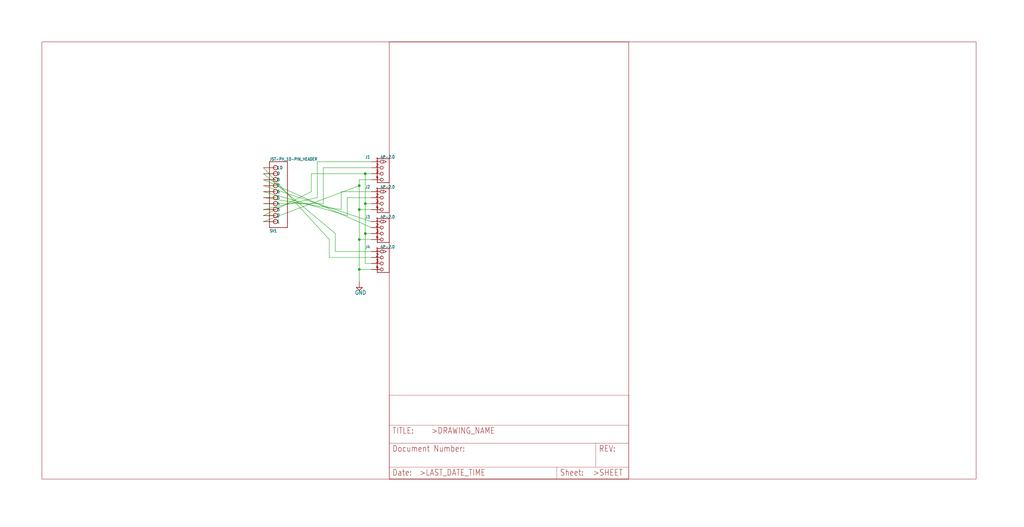
<source format=kicad_sch>
(kicad_sch (version 20211123) (generator eeschema)
  (paper "User" 434.34 223.571)
  (lib_symbols
    (symbol "weaver_grovesil-eagle-import:GND" (power)
      (property "Value" "GND" (at -1.905 -3.175 0))
      (symbol "GND_1_0"
        (polyline (pts (xy -1.27 0) (xy 1.27 0)) (stroke (width 0.254)))
        (polyline (pts (xy 0 -1.27) (xy -1.27 0)) (stroke (width 0.254)))
        (polyline (pts (xy 1.27 0) (xy 0 -1.27)) (stroke (width 0.254)))
        (pin power_in line (at 0 2.54 270) (length 2.54) (name "GND") (number "1"))
      )
    )
    (symbol "weaver_grovesil-eagle-import:GROVE-CONNECTOR-DIP(4P-2.0)"
      (property "Reference" "J" (at -6.35 6.35 0))
      (property "Value" "GROVE-CONNECTOR-DIP(4P-2.0)" (at 0 6.35 0))
      (symbol "GROVE-CONNECTOR-DIP(4P-2.0)_1_0"
        (polyline (pts (xy -1.27 -3.81) (xy -1.27 6.35)) (stroke (width 0.254)))
        (polyline (pts (xy -1.27 6.35) (xy 3.81 6.35)) (stroke (width 0.254)))
        (polyline (pts (xy 3.81 -3.81) (xy -1.27 -3.81)) (stroke (width 0.254)))
        (polyline (pts (xy 3.81 6.35) (xy 3.81 -3.81)) (stroke (width 0.254)))
        (pin bidirectional inverted_clock (at -3.81 5.08 0) (length 5.08) (name "1") (number "1"))
        (pin bidirectional inverted (at -3.81 2.54 0) (length 5.08) (name "2") (number "2"))
        (pin bidirectional inverted (at -3.81 0 0) (length 5.08) (name "3") (number "3"))
        (pin bidirectional inverted (at -3.81 -2.54 0) (length 5.08) (name "4") (number "4"))
      )
    )
    (symbol "weaver_grovesil-eagle-import:JST-PH_10-PIN_HEADER"
      (property "Value" "JST-PH_10-PIN_HEADER" (at -5.08 -22.098 0))
      (symbol "JST-PH_10-PIN_HEADER_1_0"
        (circle (center -2.54 -17.78) (radius 0.9158) (stroke (width 0.254)))
        (circle (center -2.54 -15.24) (radius 0.9158) (stroke (width 0.254)))
        (circle (center -2.54 -12.7) (radius 0.9158) (stroke (width 0.254)))
        (circle (center -2.54 -10.16) (radius 0.9158) (stroke (width 0.254)))
        (circle (center -2.54 -7.62) (radius 0.9158) (stroke (width 0.254)))
        (circle (center -2.54 -5.08) (radius 0.9158) (stroke (width 0.254)))
        (circle (center -2.54 -2.54) (radius 0.9158) (stroke (width 0.254)))
        (circle (center -2.54 0) (radius 0.9158) (stroke (width 0.254)))
        (circle (center -2.54 2.54) (radius 0.9158) (stroke (width 0.254)))
        (circle (center -2.54 5.08) (radius 0.9158) (stroke (width 0.254)))
        (polyline (pts (xy -5.08 -20.32) (xy -5.08 7.62)) (stroke (width 0.254)))
        (polyline (pts (xy -5.08 7.62) (xy 2.54 7.62)) (stroke (width 0.254)))
        (polyline (pts (xy 2.54 -20.32) (xy -5.08 -20.32)) (stroke (width 0.254)))
        (polyline (pts (xy 2.54 7.62) (xy 2.54 -20.32)) (stroke (width 0.254)))
        (pin bidirectional line (at -7.62 5.08 0) (length 5.08) (name "1") (number "P1"))
        (pin bidirectional line (at -7.62 -17.78 0) (length 5.08) (name "10") (number "P10"))
        (pin bidirectional line (at -7.62 2.54 0) (length 5.08) (name "2") (number "P2"))
        (pin bidirectional line (at -7.62 0 0) (length 5.08) (name "3") (number "P3"))
        (pin bidirectional line (at -7.62 -2.54 0) (length 5.08) (name "4") (number "P4"))
        (pin bidirectional line (at -7.62 -5.08 0) (length 5.08) (name "5") (number "P5"))
        (pin bidirectional line (at -7.62 -7.62 0) (length 5.08) (name "6") (number "P6"))
        (pin bidirectional line (at -7.62 -10.16 0) (length 5.08) (name "7") (number "P7"))
        (pin bidirectional line (at -7.62 -12.7 0) (length 5.08) (name "8") (number "P8"))
        (pin bidirectional line (at -7.62 -15.24 0) (length 5.08) (name "9") (number "P9"))
      )
    )
    (symbol "weaver_grovesil-eagle-import:LETTER_L"
      (symbol "LETTER_L_0_0"
        (polyline (pts (xy 0 0) (xy 248.92 0) (xy 248.92 185.42) (xy 0 185.42) (xy 0 0)))
      )
      (symbol "LETTER_L_2_0"
        (polyline (pts (xy 0 0) (xy 0 5.08)) (stroke (width 0.1016)))
        (polyline (pts (xy 0 0) (xy 71.12 0)) (stroke (width 0.1016)))
        (polyline (pts (xy 0 5.08) (xy 0 15.24)) (stroke (width 0.1016)))
        (polyline (pts (xy 0 5.08) (xy 71.12 5.08)) (stroke (width 0.1016)))
        (polyline (pts (xy 0 15.24) (xy 0 22.86)) (stroke (width 0.1016)))
        (polyline (pts (xy 0 22.86) (xy 0 35.56)) (stroke (width 0.1016)))
        (polyline (pts (xy 0 22.86) (xy 101.6 22.86)) (stroke (width 0.1016)))
        (polyline (pts (xy 71.12 0) (xy 101.6 0)) (stroke (width 0.1016)))
        (polyline (pts (xy 71.12 5.08) (xy 71.12 0)) (stroke (width 0.1016)))
        (polyline (pts (xy 71.12 5.08) (xy 87.63 5.08)) (stroke (width 0.1016)))
        (polyline (pts (xy 87.63 5.08) (xy 101.6 5.08)) (stroke (width 0.1016)))
        (polyline (pts (xy 87.63 15.24) (xy 0 15.24)) (stroke (width 0.1016)))
        (polyline (pts (xy 87.63 15.24) (xy 87.63 5.08)) (stroke (width 0.1016)))
        (polyline (pts (xy 101.6 5.08) (xy 101.6 0)) (stroke (width 0.1016)))
        (polyline (pts (xy 101.6 15.24) (xy 87.63 15.24)) (stroke (width 0.1016)))
        (polyline (pts (xy 101.6 15.24) (xy 101.6 5.08)) (stroke (width 0.1016)))
        (polyline (pts (xy 101.6 22.86) (xy 101.6 15.24)) (stroke (width 0.1016)))
        (polyline (pts (xy 101.6 35.56) (xy 0 35.56)) (stroke (width 0.1016)))
        (polyline (pts (xy 101.6 35.56) (xy 101.6 22.86)) (stroke (width 0.1016)))
        (text ">DRAWING_NAME" (at 17.78 19.05 0) (effects (font (size 2.54 2.159)) (justify left bottom)))
        (text ">LAST_DATE_TIME" (at 12.7 1.27 0) (effects (font (size 2.54 2.159)) (justify left bottom)))
        (text ">SHEET" (at 86.36 1.27 0) (effects (font (size 2.54 2.159)) (justify left bottom)))
        (text "Date:" (at 1.27 1.27 0) (effects (font (size 2.54 2.159)) (justify left bottom)))
        (text "Document Number:" (at 1.27 11.43 0) (effects (font (size 2.54 2.159)) (justify left bottom)))
        (text "REV:" (at 88.9 11.43 0) (effects (font (size 2.54 2.159)) (justify left bottom)))
        (text "Sheet:" (at 72.39 1.27 0) (effects (font (size 2.54 2.159)) (justify left bottom)))
        (text "TITLE:" (at 1.27 19.05 0) (effects (font (size 2.54 2.159)) (justify left bottom)))
      )
    )
  )
  (junction (at 152.4 101.6))
  (junction (at 152.4 114.3))
  (junction (at 152.4 78.74))
  (junction (at 154.94 99.06))
  (junction (at 152.4 88.9))
  (junction (at 154.94 73.66))
  (junction (at 154.94 86.36))
  (wire (pts (xy 157.48 76.2) (xy 152.4 76.2)))
  (wire (pts (xy 157.48 96.52) (xy 111.76 76.2)))
  (wire (pts (xy 142.24 99.06) (xy 111.76 73.66)))
  (wire (pts (xy 132.08 73.66) (xy 132.08 81.28)))
  (wire (pts (xy 139.7 101.6) (xy 111.76 71.12)))
  (wire (pts (xy 152.4 78.74) (xy 152.4 88.9)))
  (wire (pts (xy 154.94 86.36) (xy 154.94 73.66)))
  (wire (pts (xy 137.16 71.12) (xy 157.48 71.12)))
  (wire (pts (xy 144.78 88.9) (xy 111.76 83.82)))
  (wire (pts (xy 147.32 91.44) (xy 147.32 83.82)))
  (wire (pts (xy 142.24 99.06) (xy 142.24 106.68)))
  (wire (pts (xy 157.48 114.3) (xy 152.4 114.3)))
  (wire (pts (xy 154.94 111.76) (xy 154.94 99.06)))
  (wire (pts (xy 157.48 99.06) (xy 154.94 99.06)))
  (wire (pts (xy 142.24 106.68) (xy 157.48 106.68)))
  (wire (pts (xy 137.16 86.36) (xy 137.16 71.12)))
  (wire (pts (xy 137.16 86.36) (xy 111.76 86.36)))
  (wire (pts (xy 139.7 101.6) (xy 139.7 109.22)))
  (wire (pts (xy 111.76 93.98) (xy 152.4 78.74)))
  (wire (pts (xy 154.94 73.66) (xy 157.48 73.66)))
  (wire (pts (xy 152.4 88.9) (xy 152.4 101.6)))
  (wire (pts (xy 152.4 76.2) (xy 152.4 78.74)))
  (wire (pts (xy 139.7 109.22) (xy 157.48 109.22)))
  (wire (pts (xy 157.48 88.9) (xy 152.4 88.9)))
  (wire (pts (xy 157.48 111.76) (xy 154.94 111.76)))
  (wire (pts (xy 132.08 81.28) (xy 111.76 91.44)))
  (wire (pts (xy 157.48 101.6) (xy 152.4 101.6)))
  (wire (pts (xy 144.78 88.9) (xy 144.78 81.28)))
  (wire (pts (xy 134.62 83.82) (xy 134.62 68.58)))
  (wire (pts (xy 144.78 81.28) (xy 157.48 81.28)))
  (wire (pts (xy 152.4 114.3) (xy 152.4 119.38)))
  (wire (pts (xy 157.48 86.36) (xy 154.94 86.36)))
  (wire (pts (xy 154.94 73.66) (xy 132.08 73.66)))
  (wire (pts (xy 152.4 101.6) (xy 152.4 114.3)))
  (wire (pts (xy 147.32 91.44) (xy 111.76 81.28)))
  (wire (pts (xy 134.62 68.58) (xy 157.48 68.58)))
  (wire (pts (xy 111.76 78.74) (xy 157.48 93.98)))
  (wire (pts (xy 154.94 99.06) (xy 154.94 86.36)))
  (wire (pts (xy 147.32 83.82) (xy 157.48 83.82)))
  (wire (pts (xy 134.62 83.82) (xy 111.76 88.9)))
  (symbol (lib_id "weaver_grovesil-eagle-import:GROVE-CONNECTOR-DIP(4P-2.0)") (at 161.29 99.06 0) (unit 1)
    (property "Reference" "J3" (at 154.94 92.71 0) (effects (font (size 1.27 1.0795)) (justify left bottom)))
    (property "Value" "4P-2.0" (at 161.29 92.71 0) (effects (font (size 1.27 1.0795)) (justify left bottom)))
    (property "Footprint" "weaver_grovesil:HW4-2.0" (effects hide))
  )
  (symbol (lib_id "weaver_grovesil-eagle-import:GND") (at 152.4 121.92 0) (unit 1)
    (property "Reference" "#GND6" (effects hide))
    (property "Value" "GND" (at 150.495 125.095 0) (effects (font (size 1.778 1.5113)) (justify left bottom)))
    (property "Footprint" "weaver_grovesil:" (effects hide))
  )
  (symbol (lib_id "weaver_grovesil-eagle-import:GROVE-CONNECTOR-DIP(4P-2.0)") (at 161.29 73.66 0) (unit 1)
    (property "Reference" "J1" (at 154.94 67.31 0) (effects (font (size 1.27 1.0795)) (justify left bottom)))
    (property "Value" "4P-2.0" (at 161.29 67.31 0) (effects (font (size 1.27 1.0795)) (justify left bottom)))
    (property "Footprint" "weaver_grovesil:HW4-2.0" (effects hide))
  )
  (symbol (lib_id "weaver_grovesil-eagle-import:LETTER_L") (at 165.1 203.2 0) (unit 2)
    (property "Reference" "#FRAME1" (effects hide))
    (property "Value" "LETTER_L" (effects hide))
    (property "Footprint" "weaver_grovesil:" (effects hide))
  )
  (symbol (lib_id "weaver_grovesil-eagle-import:JST-PH_10-PIN_HEADER") (at 119.38 88.9 0) (mirror x) (unit 1)
    (property "Reference" "SV1" (at 114.3 97.282 0) (effects (font (size 1.27 1.0795)) (justify left bottom)))
    (property "Value" "JST-PH_10-PIN_HEADER" (at 114.3 66.802 0) (effects (font (size 1.27 1.0795)) (justify left bottom)))
    (property "Footprint" "weaver_grovesil:JST_B10B-PH_HEADER" (effects hide))
  )
  (symbol (lib_id "weaver_grovesil-eagle-import:GROVE-CONNECTOR-DIP(4P-2.0)") (at 161.29 86.36 0) (unit 1)
    (property "Reference" "J2" (at 154.94 80.01 0) (effects (font (size 1.27 1.0795)) (justify left bottom)))
    (property "Value" "4P-2.0" (at 161.29 80.01 0) (effects (font (size 1.27 1.0795)) (justify left bottom)))
    (property "Footprint" "weaver_grovesil:HW4-2.0" (effects hide))
  )
  (symbol (lib_id "weaver_grovesil-eagle-import:LETTER_L") (at 17.78 203.2 0) (unit 1)
    (property "Reference" "#FRAME1" (effects hide))
    (property "Value" "LETTER_L" (effects hide))
    (property "Footprint" "weaver_grovesil:" (effects hide))
  )
  (symbol (lib_id "weaver_grovesil-eagle-import:GROVE-CONNECTOR-DIP(4P-2.0)") (at 161.29 111.76 0) (unit 1)
    (property "Reference" "J4" (at 154.94 105.41 0) (effects (font (size 1.27 1.0795)) (justify left bottom)))
    (property "Value" "4P-2.0" (at 161.29 105.41 0) (effects (font (size 1.27 1.0795)) (justify left bottom)))
    (property "Footprint" "weaver_grovesil:HW4-2.0" (effects hide))
  )
)
</source>
